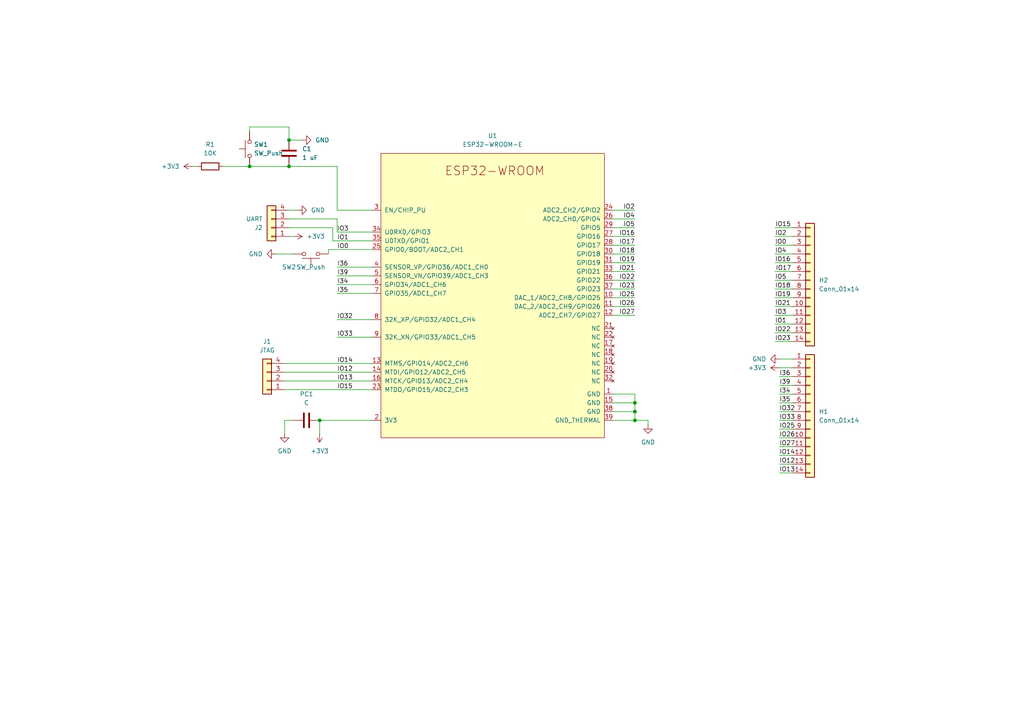
<source format=kicad_sch>
(kicad_sch (version 20211123) (generator eeschema)
  (paper "A4")
  (lib_symbols
    (symbol "Connector_Generic:Conn_01x04" (pin_names (offset 1.016) hide)
      (property "Reference" "J" (at 0 5.08 0))
      (property "Value" "Conn_01x04" (at 0 -7.62 0))
      (symbol "Conn_01x04_1_1"
        (rectangle (start -1.27 -4.953) (end 0 -5.207) (stroke (width 0.1524)))
        (rectangle (start -1.27 -2.413) (end 0 -2.667) (stroke (width 0.1524)))
        (rectangle (start -1.27 0.127) (end 0 -0.127) (stroke (width 0.1524)))
        (rectangle (start -1.27 2.667) (end 0 2.413) (stroke (width 0.1524)))
        (rectangle (start -1.27 3.81) (end 1.27 -6.35) (stroke (width 0.254)) (fill (type background)))
        (pin passive line (at -5.08 2.54 0) (length 3.81) (name "Pin_1") (number "1"))
        (pin passive line (at -5.08 0 0) (length 3.81) (name "Pin_2") (number "2"))
        (pin passive line (at -5.08 -2.54 0) (length 3.81) (name "Pin_3") (number "3"))
        (pin passive line (at -5.08 -5.08 0) (length 3.81) (name "Pin_4") (number "4"))
      )
    )
    (symbol "Connector_Generic:Conn_01x14" (pin_names (offset 1.016) hide)
      (property "Reference" "J" (at 0 17.78 0))
      (property "Value" "Conn_01x14" (at 0 -20.32 0))
      (symbol "Conn_01x14_1_1"
        (rectangle (start -1.27 -17.653) (end 0 -17.907) (stroke (width 0.1524)))
        (rectangle (start -1.27 -15.113) (end 0 -15.367) (stroke (width 0.1524)))
        (rectangle (start -1.27 -12.573) (end 0 -12.827) (stroke (width 0.1524)))
        (rectangle (start -1.27 -10.033) (end 0 -10.287) (stroke (width 0.1524)))
        (rectangle (start -1.27 -7.493) (end 0 -7.747) (stroke (width 0.1524)))
        (rectangle (start -1.27 -4.953) (end 0 -5.207) (stroke (width 0.1524)))
        (rectangle (start -1.27 -2.413) (end 0 -2.667) (stroke (width 0.1524)))
        (rectangle (start -1.27 0.127) (end 0 -0.127) (stroke (width 0.1524)))
        (rectangle (start -1.27 2.667) (end 0 2.413) (stroke (width 0.1524)))
        (rectangle (start -1.27 5.207) (end 0 4.953) (stroke (width 0.1524)))
        (rectangle (start -1.27 7.747) (end 0 7.493) (stroke (width 0.1524)))
        (rectangle (start -1.27 10.287) (end 0 10.033) (stroke (width 0.1524)))
        (rectangle (start -1.27 12.827) (end 0 12.573) (stroke (width 0.1524)))
        (rectangle (start -1.27 15.367) (end 0 15.113) (stroke (width 0.1524)))
        (rectangle (start -1.27 16.51) (end 1.27 -19.05) (stroke (width 0.254)) (fill (type background)))
        (pin passive line (at -5.08 15.24 0) (length 3.81) (name "Pin_1") (number "1"))
        (pin passive line (at -5.08 -7.62 0) (length 3.81) (name "Pin_10") (number "10"))
        (pin passive line (at -5.08 -10.16 0) (length 3.81) (name "Pin_11") (number "11"))
        (pin passive line (at -5.08 -12.7 0) (length 3.81) (name "Pin_12") (number "12"))
        (pin passive line (at -5.08 -15.24 0) (length 3.81) (name "Pin_13") (number "13"))
        (pin passive line (at -5.08 -17.78 0) (length 3.81) (name "Pin_14") (number "14"))
        (pin passive line (at -5.08 12.7 0) (length 3.81) (name "Pin_2") (number "2"))
        (pin passive line (at -5.08 10.16 0) (length 3.81) (name "Pin_3") (number "3"))
        (pin passive line (at -5.08 7.62 0) (length 3.81) (name "Pin_4") (number "4"))
        (pin passive line (at -5.08 5.08 0) (length 3.81) (name "Pin_5") (number "5"))
        (pin passive line (at -5.08 2.54 0) (length 3.81) (name "Pin_6") (number "6"))
        (pin passive line (at -5.08 0 0) (length 3.81) (name "Pin_7") (number "7"))
        (pin passive line (at -5.08 -2.54 0) (length 3.81) (name "Pin_8") (number "8"))
        (pin passive line (at -5.08 -5.08 0) (length 3.81) (name "Pin_9") (number "9"))
      )
    )
    (symbol "Device:C" (pin_numbers hide) (pin_names (offset 0.254))
      (property "Reference" "C" (at 0.635 2.54 0))
      (property "Value" "C" (at 0.635 -2.54 0))
      (symbol "C_0_1"
        (polyline (pts (xy -2.032 -0.762) (xy 2.032 -0.762)) (stroke (width 0.508)))
        (polyline (pts (xy -2.032 0.762) (xy 2.032 0.762)) (stroke (width 0.508)))
      )
      (symbol "C_1_1"
        (pin passive line (at 0 3.81 270) (length 2.794) (name "~") (number "1"))
        (pin passive line (at 0 -3.81 90) (length 2.794) (name "~") (number "2"))
      )
    )
    (symbol "Device:R" (pin_numbers hide) (pin_names (offset 0))
      (property "Reference" "R" (at 2.032 0 90))
      (property "Value" "R" (at 0 0 90))
      (symbol "R_0_1"
        (rectangle (start -1.016 -2.54) (end 1.016 2.54) (stroke (width 0.254)))
      )
      (symbol "R_1_1"
        (pin passive line (at 0 3.81 270) (length 1.27) (name "~") (number "1"))
        (pin passive line (at 0 -3.81 90) (length 1.27) (name "~") (number "2"))
      )
    )
    (symbol "ESP32:ESP32-WROOM-E" (pin_names (offset 1.016))
      (property "Reference" "U" (at 0 43.18 0))
      (property "Value" "ESP32-WROOM-E" (at 0 -41.91 0))
      (symbol "ESP32-WROOM-E_0_1"
        (rectangle (start 33.02 41.91) (end -31.75 -40.64) (fill (type background)))
      )
      (symbol "ESP32-WROOM-E_1_1"
        (text "ESP32-­WROOM­" (at 1.27 36.83 0) (effects (font (size 2.54 2.54))))
        (pin power_in line (at 35.56 -27.94 180) (length 2.54) (name "GND") (number "1"))
        (pin bidirectional line (at 35.56 0 180) (length 2.54) (name "DAC_1/ADC2_CH8/GPIO25") (number "10"))
        (pin bidirectional line (at 35.56 -2.54 180) (length 2.54) (name "DAC_2/ADC2_CH9/GPIO26") (number "11"))
        (pin bidirectional line (at 35.56 -5.08 180) (length 2.54) (name "ADC2_CH7/GPIO27") (number "12"))
        (pin bidirectional line (at -34.29 -19.05 0) (length 2.54) (name "MTMS/GPIO14/ADC2_CH6") (number "13"))
        (pin bidirectional line (at -34.29 -21.59 0) (length 2.54) (name "MTDI/GPIO12/ADC2_CH5") (number "14"))
        (pin power_in line (at 35.56 -30.48 180) (length 2.54) (name "GND") (number "15"))
        (pin bidirectional line (at -34.29 -24.13 0) (length 2.54) (name "MTCK/GPIO13/ADC2_CH4") (number "16"))
        (pin no_connect line (at 35.56 -13.97 180) (length 2.54) (name "NC") (number "17"))
        (pin no_connect line (at 35.56 -16.51 180) (length 2.54) (name "NC") (number "18"))
        (pin no_connect line (at 35.56 -19.05 180) (length 2.54) (name "NC") (number "19"))
        (pin power_in line (at -34.29 -35.56 0) (length 2.54) (name "3V3") (number "2"))
        (pin no_connect line (at 35.56 -21.59 180) (length 2.54) (name "NC") (number "20"))
        (pin no_connect line (at 35.56 -8.89 180) (length 2.54) (name "NC") (number "21"))
        (pin no_connect line (at 35.56 -11.43 180) (length 2.54) (name "NC") (number "22"))
        (pin bidirectional line (at -34.29 -26.67 0) (length 2.54) (name "MTDO/GPIO15/ADC2_CH3") (number "23"))
        (pin bidirectional line (at 35.56 25.4 180) (length 2.54) (name "ADC2_CH2/GPIO2") (number "24"))
        (pin bidirectional line (at -34.29 13.97 0) (length 2.54) (name "GPIO0/BOOT/ADC2_CH1") (number "25"))
        (pin bidirectional line (at 35.56 22.86 180) (length 2.54) (name "ADC2_CH0/GPIO4") (number "26"))
        (pin bidirectional line (at 35.56 17.78 180) (length 2.54) (name "GPIO16") (number "27"))
        (pin bidirectional line (at 35.56 15.24 180) (length 2.54) (name "GPIO17") (number "28"))
        (pin bidirectional line (at 35.56 20.32 180) (length 2.54) (name "GPIO5") (number "29"))
        (pin input line (at -34.29 25.4 0) (length 2.54) (name "EN/CHIP_PU") (number "3"))
        (pin bidirectional line (at 35.56 12.7 180) (length 2.54) (name "GPIO18") (number "30"))
        (pin bidirectional line (at 35.56 10.16 180) (length 2.54) (name "GPIO19") (number "31"))
        (pin no_connect line (at 35.56 -24.13 180) (length 2.54) (name "NC") (number "32"))
        (pin bidirectional line (at 35.56 7.62 180) (length 2.54) (name "GPIO21") (number "33"))
        (pin bidirectional line (at -34.29 19.05 0) (length 2.54) (name "U0RXD/GPIO3") (number "34"))
        (pin bidirectional line (at -34.29 16.51 0) (length 2.54) (name "U0TXD/GPIO1") (number "35"))
        (pin bidirectional line (at 35.56 5.08 180) (length 2.54) (name "GPIO22") (number "36"))
        (pin bidirectional line (at 35.56 2.54 180) (length 2.54) (name "GPIO23") (number "37"))
        (pin power_in line (at 35.56 -33.02 180) (length 2.54) (name "GND") (number "38"))
        (pin power_in line (at 35.56 -35.56 180) (length 2.54) (name "GND_THERMAL") (number "39"))
        (pin input line (at -34.29 8.89 0) (length 2.54) (name "SENSOR_VP/GPIO36/ADC1_CH0") (number "4"))
        (pin input line (at -34.29 6.35 0) (length 2.54) (name "SENSOR_VN/GPIO39/ADC1_CH3") (number "5"))
        (pin input line (at -34.29 3.81 0) (length 2.54) (name "GPIO34/ADC1_CH6") (number "6"))
        (pin input line (at -34.29 1.27 0) (length 2.54) (name "GPIO35/ADC1_CH7") (number "7"))
        (pin bidirectional line (at -34.29 -6.35 0) (length 2.54) (name "32K_XP/GPIO32/ADC1_CH4") (number "8"))
        (pin bidirectional line (at -34.29 -11.43 0) (length 2.54) (name "32K_XN/GPIO33/ADC1_CH5") (number "9"))
      )
    )
    (symbol "Switch:SW_Push" (pin_numbers hide) (pin_names (offset 1.016) hide)
      (property "Reference" "SW" (at 1.27 2.54 0))
      (property "Value" "SW_Push" (at 0 -1.524 0))
      (symbol "SW_Push_0_1"
        (circle (center -2.032 0) (radius 0.508))
        (polyline (pts (xy 0 1.27) (xy 0 3.048)))
        (polyline (pts (xy 2.54 1.27) (xy -2.54 1.27)))
        (circle (center 2.032 0) (radius 0.508))
        (pin passive line (at -5.08 0 0) (length 2.54) (name "1") (number "1"))
        (pin passive line (at 5.08 0 180) (length 2.54) (name "2") (number "2"))
      )
    )
    (symbol "power:+3.3V" (power) (pin_names (offset 0))
      (property "Value" "+3.3V" (at 0 3.556 0))
      (symbol "+3.3V_0_1"
        (polyline (pts (xy -0.762 1.27) (xy 0 2.54)))
        (polyline (pts (xy 0 0) (xy 0 2.54)))
        (polyline (pts (xy 0 2.54) (xy 0.762 1.27)))
      )
      (symbol "+3.3V_1_1"
        (pin power_in line (at 0 0 90) (length 0) hide (name "+3V3") (number "1"))
      )
    )
    (symbol "power:GND" (power) (pin_names (offset 0))
      (property "Value" "GND" (at 0 -3.81 0))
      (symbol "GND_0_1"
        (polyline (pts (xy 0 0) (xy 0 -1.27) (xy 1.27 -1.27) (xy 0 -2.54) (xy -1.27 -1.27) (xy 0 -1.27)))
      )
      (symbol "GND_1_1"
        (pin power_in line (at 0 0 270) (length 0) hide (name "GND") (number "1"))
      )
    )
  )
  (junction (at 184.15 121.92))
  (junction (at 83.82 48.26))
  (junction (at 184.15 116.84))
  (junction (at 184.15 119.38))
  (junction (at 72.39 48.26))
  (junction (at 92.71 121.92))
  (junction (at 83.82 40.64))
  (wire (pts (xy 177.8 78.74) (xy 184.15 78.74)))
  (wire (pts (xy 107.95 60.96) (xy 97.79 60.96)))
  (wire (pts (xy 226.06 137.16) (xy 229.87 137.16)))
  (wire (pts (xy 96.52 66.04) (xy 83.82 66.04)))
  (wire (pts (xy 224.79 71.12) (xy 229.87 71.12)))
  (wire (pts (xy 107.95 69.85) (xy 96.52 69.85)))
  (wire (pts (xy 107.95 72.39) (xy 95.25 72.39)))
  (wire (pts (xy 97.79 63.5) (xy 83.82 63.5)))
  (wire (pts (xy 107.95 67.31) (xy 97.79 67.31)))
  (wire (pts (xy 97.79 67.31) (xy 97.79 63.5)))
  (wire (pts (xy 177.8 60.96) (xy 184.15 60.96)))
  (wire (pts (xy 72.39 48.26) (xy 83.82 48.26)))
  (wire (pts (xy 224.79 86.36) (xy 229.87 86.36)))
  (wire (pts (xy 72.39 36.83) (xy 83.82 36.83)))
  (wire (pts (xy 97.79 60.96) (xy 97.79 48.26)))
  (wire (pts (xy 97.79 97.79) (xy 107.95 97.79)))
  (wire (pts (xy 224.79 76.2) (xy 229.87 76.2)))
  (wire (pts (xy 83.82 40.64) (xy 87.63 40.64)))
  (wire (pts (xy 97.79 85.09) (xy 107.95 85.09)))
  (wire (pts (xy 82.55 107.95) (xy 107.95 107.95)))
  (wire (pts (xy 177.8 114.3) (xy 184.15 114.3)))
  (wire (pts (xy 177.8 83.82) (xy 184.15 83.82)))
  (wire (pts (xy 177.8 116.84) (xy 184.15 116.84)))
  (wire (pts (xy 177.8 66.04) (xy 184.15 66.04)))
  (wire (pts (xy 95.25 72.39) (xy 95.25 73.66)))
  (wire (pts (xy 226.06 111.76) (xy 229.87 111.76)))
  (wire (pts (xy 187.96 123.19) (xy 187.96 121.92)))
  (wire (pts (xy 85.09 121.92) (xy 82.55 121.92)))
  (wire (pts (xy 96.52 69.85) (xy 96.52 66.04)))
  (wire (pts (xy 92.71 121.92) (xy 92.71 125.73)))
  (wire (pts (xy 226.06 127) (xy 229.87 127)))
  (wire (pts (xy 226.06 116.84) (xy 229.87 116.84)))
  (wire (pts (xy 177.8 71.12) (xy 184.15 71.12)))
  (wire (pts (xy 177.8 63.5) (xy 184.15 63.5)))
  (wire (pts (xy 177.8 91.44) (xy 184.15 91.44)))
  (wire (pts (xy 226.06 114.3) (xy 229.87 114.3)))
  (wire (pts (xy 224.79 93.98) (xy 229.87 93.98)))
  (wire (pts (xy 226.06 124.46) (xy 229.87 124.46)))
  (wire (pts (xy 226.06 129.54) (xy 229.87 129.54)))
  (wire (pts (xy 80.01 73.66) (xy 85.09 73.66)))
  (wire (pts (xy 97.79 92.71) (xy 107.95 92.71)))
  (wire (pts (xy 97.79 48.26) (xy 83.82 48.26)))
  (wire (pts (xy 82.55 110.49) (xy 107.95 110.49)))
  (wire (pts (xy 107.95 121.92) (xy 92.71 121.92)))
  (wire (pts (xy 177.8 119.38) (xy 184.15 119.38)))
  (wire (pts (xy 224.79 78.74) (xy 229.87 78.74)))
  (wire (pts (xy 177.8 76.2) (xy 184.15 76.2)))
  (wire (pts (xy 97.79 77.47) (xy 107.95 77.47)))
  (wire (pts (xy 97.79 82.55) (xy 107.95 82.55)))
  (wire (pts (xy 82.55 121.92) (xy 82.55 125.73)))
  (wire (pts (xy 83.82 36.83) (xy 83.82 40.64)))
  (wire (pts (xy 184.15 121.92) (xy 187.96 121.92)))
  (wire (pts (xy 184.15 114.3) (xy 184.15 116.84)))
  (wire (pts (xy 82.55 105.41) (xy 107.95 105.41)))
  (wire (pts (xy 177.8 81.28) (xy 184.15 81.28)))
  (wire (pts (xy 83.82 68.58) (xy 85.09 68.58)))
  (wire (pts (xy 224.79 68.58) (xy 229.87 68.58)))
  (wire (pts (xy 184.15 119.38) (xy 184.15 121.92)))
  (wire (pts (xy 97.79 80.01) (xy 107.95 80.01)))
  (wire (pts (xy 72.39 36.83) (xy 72.39 38.1)))
  (wire (pts (xy 224.79 81.28) (xy 229.87 81.28)))
  (wire (pts (xy 226.06 119.38) (xy 229.87 119.38)))
  (wire (pts (xy 177.8 88.9) (xy 184.15 88.9)))
  (wire (pts (xy 226.06 134.62) (xy 229.87 134.62)))
  (wire (pts (xy 226.06 104.14) (xy 229.87 104.14)))
  (wire (pts (xy 226.06 106.68) (xy 229.87 106.68)))
  (wire (pts (xy 224.79 66.04) (xy 229.87 66.04)))
  (wire (pts (xy 177.8 86.36) (xy 184.15 86.36)))
  (wire (pts (xy 64.77 48.26) (xy 72.39 48.26)))
  (wire (pts (xy 224.79 99.06) (xy 229.87 99.06)))
  (wire (pts (xy 55.88 48.26) (xy 57.15 48.26)))
  (wire (pts (xy 224.79 73.66) (xy 229.87 73.66)))
  (wire (pts (xy 177.8 73.66) (xy 184.15 73.66)))
  (wire (pts (xy 226.06 132.08) (xy 229.87 132.08)))
  (wire (pts (xy 224.79 91.44) (xy 229.87 91.44)))
  (wire (pts (xy 224.79 88.9) (xy 229.87 88.9)))
  (wire (pts (xy 226.06 109.22) (xy 229.87 109.22)))
  (wire (pts (xy 83.82 60.96) (xy 86.36 60.96)))
  (wire (pts (xy 184.15 116.84) (xy 184.15 119.38)))
  (wire (pts (xy 224.79 83.82) (xy 229.87 83.82)))
  (wire (pts (xy 177.8 68.58) (xy 184.15 68.58)))
  (wire (pts (xy 82.55 113.03) (xy 107.95 113.03)))
  (wire (pts (xy 177.8 121.92) (xy 184.15 121.92)))
  (wire (pts (xy 226.06 121.92) (xy 229.87 121.92)))
  (wire (pts (xy 224.79 96.52) (xy 229.87 96.52)))
  (label "IO14" (at 226.06 132.08 0))
  (label "I35" (at 97.79 85.09 0))
  (label "IO3" (at 224.79 91.44 0))
  (label "IO1" (at 97.79 69.85 0))
  (label "I34" (at 97.79 82.55 0))
  (label "IO0" (at 97.79 72.39 0))
  (label "IO12" (at 97.79 107.95 0))
  (label "IO22" (at 224.79 96.52 0))
  (label "IO23" (at 184.15 83.82 180))
  (label "IO14" (at 97.79 105.41 0))
  (label "IO2" (at 184.15 60.96 180))
  (label "IO17" (at 184.15 71.12 180))
  (label "IO25" (at 184.15 86.36 180))
  (label "IO26" (at 226.06 127 0))
  (label "IO4" (at 184.15 63.5 180))
  (label "IO33" (at 97.79 97.79 0))
  (label "IO25" (at 226.06 124.46 0))
  (label "IO13" (at 97.79 110.49 0))
  (label "I34" (at 226.06 114.3 0))
  (label "IO33" (at 226.06 121.92 0))
  (label "IO3" (at 97.79 67.31 0))
  (label "IO1" (at 224.79 93.98 0))
  (label "IO18" (at 184.15 73.66 180))
  (label "I36" (at 226.06 109.22 0))
  (label "I35" (at 226.06 116.84 0))
  (label "IO18" (at 224.79 83.82 0))
  (label "IO15" (at 97.79 113.03 0))
  (label "IO27" (at 226.06 129.54 0))
  (label "IO4" (at 224.79 73.66 0))
  (label "IO5" (at 184.15 66.04 180))
  (label "IO17" (at 224.9667 78.74 0))
  (label "IO2" (at 224.79 68.58 0))
  (label "IO16" (at 224.79 76.2 0))
  (label "IO12" (at 226.06 134.62 0))
  (label "IO21" (at 224.79 88.9 0))
  (label "IO0" (at 224.79 71.12 0))
  (label "IO27" (at 184.15 91.44 180))
  (label "IO32" (at 97.79 92.71 0))
  (label "IO15" (at 224.8668 66.04 0))
  (label "IO23" (at 224.79 99.06 0))
  (label "I39" (at 97.79 80.01 0))
  (label "IO5" (at 224.79 81.28 0))
  (label "I36" (at 97.79 77.47 0))
  (label "IO21" (at 184.15 78.74 180))
  (label "IO26" (at 184.15 88.9 180))
  (label "I39" (at 226.06 111.76 0))
  (label "IO16" (at 184.15 68.58 180))
  (label "IO13" (at 226.06 137.16 0))
  (label "IO19" (at 184.15 76.2 180))
  (label "IO32" (at 226.06 119.38 0))
  (label "IO19" (at 224.79 86.36 0))
  (label "IO22" (at 184.15 81.28 180))
  (symbol (lib_id "ESP32:ESP32-WROOM-E") (at 142.24 86.36 0) (unit 1)
    (property "Reference" "U1" (at 142.875 39.37 0))
    (property "Value" "ESP32-WROOM-E" (at 142.875 41.91 0))
    (property "Footprint" "Espressif:ESP32-WROOM-32E" (effects hide))
    (property "Datasheet" "https://www.espressif.com/sites/default/files/documentation/esp32-wroom-32e_esp32-wroom-32ue_datasheet_en.pdf" (effects hide))
  )
  (symbol (lib_id "power:+3.3V") (at 92.71 125.73 180) (unit 1)
    (property "Reference" "#PWR0106" (effects hide))
    (property "Value" "+3.3V" (at 92.71 130.81 0))
  )
  (symbol (lib_id "Device:C") (at 88.9 121.92 270) (unit 1)
    (property "Reference" "PC1" (at 88.9 114.3 90))
    (property "Value" "C" (at 88.9 116.84 90))
    (property "Footprint" "Capacitor_SMD:C_0201_0603Metric_Pad0.64x0.40mm_HandSolder" (effects hide))
  )
  (symbol (lib_id "power:GND") (at 187.96 123.19 0) (unit 1)
    (property "Reference" "#PWR0108" (effects hide))
    (property "Value" "GND" (at 187.96 128.27 0))
  )
  (symbol (lib_id "power:GND") (at 87.63 40.64 90) (unit 1)
    (property "Reference" "#PWR0101" (effects hide))
    (property "Value" "GND" (at 91.44 40.6399 90) (effects (justify right)))
  )
  (symbol (lib_id "Switch:SW_Push") (at 72.39 43.18 90) (unit 1)
    (property "Reference" "SW1" (at 73.66 41.9099 90) (effects (justify right)))
    (property "Value" "SW_Push" (at 73.66 44.4499 90) (effects (justify right)))
    (property "Footprint" "Button_Switch_SMD:SW_SPST_B3U-1000P" (effects hide))
  )
  (symbol (lib_id "Connector_Generic:Conn_01x04") (at 77.47 110.49 180) (unit 1)
    (property "Reference" "J1" (at 77.47 99.06 0))
    (property "Value" "JTAG" (at 77.47 101.6 0))
    (property "Footprint" "Connector_PinHeader_2.54mm:PinHeader_1x04_P2.54mm_Vertical" (effects hide))
  )
  (symbol (lib_id "Device:C") (at 83.82 44.45 0) (unit 1)
    (property "Reference" "C1" (at 87.63 43.1799 0) (effects (justify left)))
    (property "Value" "1 uF" (at 87.63 45.7199 0) (effects (justify left)))
    (property "Footprint" "Capacitor_SMD:C_0201_0603Metric_Pad0.64x0.40mm_HandSolder" (effects hide))
  )
  (symbol (lib_id "power:+3.3V") (at 226.06 106.68 90) (unit 1)
    (property "Reference" "#PWR0110" (effects hide))
    (property "Value" "+3.3V" (at 222.25 106.6799 90) (effects (justify left)))
  )
  (symbol (lib_id "power:GND") (at 226.06 104.14 270) (unit 1)
    (property "Reference" "#PWR0109" (effects hide))
    (property "Value" "GND" (at 222.25 104.1399 90) (effects (justify right)))
  )
  (symbol (lib_id "Connector_Generic:Conn_01x14") (at 234.95 81.28 0) (unit 1)
    (property "Reference" "H2" (at 237.49 81.2799 0) (effects (justify left)))
    (property "Value" "Conn_01x14" (at 237.49 83.8199 0) (effects (justify left)))
    (property "Footprint" "Connector_PinHeader_2.54mm:PinHeader_1x14_P2.54mm_Vertical" (effects hide))
  )
  (symbol (lib_id "power:GND") (at 80.01 73.66 270) (unit 1)
    (property "Reference" "#PWR0105" (effects hide))
    (property "Value" "GND" (at 76.2 73.6599 90) (effects (justify right)))
  )
  (symbol (lib_id "power:+3.3V") (at 55.88 48.26 90) (unit 1)
    (property "Reference" "#PWR0104" (effects hide))
    (property "Value" "+3.3V" (at 52.07 48.2599 90) (effects (justify left)))
  )
  (symbol (lib_id "Device:R") (at 60.96 48.26 90) (unit 1)
    (property "Reference" "R1" (at 60.96 41.91 90))
    (property "Value" "10K" (at 60.96 44.45 90))
    (property "Footprint" "Resistor_SMD:R_0201_0603Metric_Pad0.64x0.40mm_HandSolder" (effects hide))
  )
  (symbol (lib_id "power:GND") (at 82.55 125.73 0) (unit 1)
    (property "Reference" "#PWR0107" (effects hide))
    (property "Value" "GND" (at 82.55 130.81 0))
  )
  (symbol (lib_id "Connector_Generic:Conn_01x14") (at 234.95 119.38 0) (unit 1)
    (property "Reference" "H1" (at 237.49 119.3799 0) (effects (justify left)))
    (property "Value" "Conn_01x14" (at 237.49 121.9199 0) (effects (justify left)))
    (property "Footprint" "Connector_PinHeader_2.54mm:PinHeader_1x14_P2.54mm_Vertical" (effects hide))
  )
  (symbol (lib_id "power:GND") (at 86.36 60.96 90) (unit 1)
    (property "Reference" "#PWR0102" (effects hide))
    (property "Value" "GND" (at 90.17 60.9599 90) (effects (justify right)))
  )
  (symbol (lib_id "power:+3.3V") (at 85.09 68.58 270) (unit 1)
    (property "Reference" "#PWR0103" (effects hide))
    (property "Value" "+3.3V" (at 88.9 68.5799 90) (effects (justify left)))
  )
  (symbol (lib_id "Switch:SW_Push") (at 90.17 73.66 180) (unit 1)
    (property "Reference" "SW2" (at 83.82 77.47 0))
    (property "Value" "SW_Push" (at 90.17 77.47 0))
    (property "Footprint" "Button_Switch_SMD:SW_SPST_B3U-1000P" (effects hide))
  )
  (symbol (lib_id "Connector_Generic:Conn_01x04") (at 78.74 66.04 180) (unit 1)
    (property "Reference" "J2" (at 76.2 66.0401 0) (effects (justify left)))
    (property "Value" "UART" (at 76.2 63.5001 0) (effects (justify left)))
    (property "Footprint" "Connector_PinHeader_2.54mm:PinHeader_1x04_P2.54mm_Vertical" (effects hide))
  )
)
</source>
